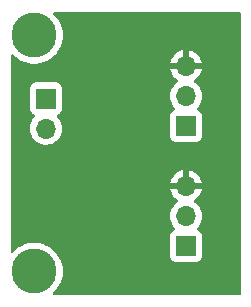
<source format=gbr>
%TF.GenerationSoftware,KiCad,Pcbnew,(6.0.8-1)-1*%
%TF.CreationDate,2023-07-28T17:56:29-05:00*%
%TF.ProjectId,FSR Adaptor,46535220-4164-4617-9074-6f722e6b6963,rev?*%
%TF.SameCoordinates,Original*%
%TF.FileFunction,Copper,L2,Bot*%
%TF.FilePolarity,Positive*%
%FSLAX46Y46*%
G04 Gerber Fmt 4.6, Leading zero omitted, Abs format (unit mm)*
G04 Created by KiCad (PCBNEW (6.0.8-1)-1) date 2023-07-28 17:56:29*
%MOMM*%
%LPD*%
G01*
G04 APERTURE LIST*
%TA.AperFunction,ComponentPad*%
%ADD10R,1.700000X1.700000*%
%TD*%
%TA.AperFunction,ComponentPad*%
%ADD11O,1.700000X1.700000*%
%TD*%
%TA.AperFunction,ComponentPad*%
%ADD12C,3.800000*%
%TD*%
%TA.AperFunction,ViaPad*%
%ADD13C,0.800000*%
%TD*%
G04 APERTURE END LIST*
D10*
%TO.P,J2,1,Pin_1*%
%TO.N,/TRIG*%
X65354200Y-70353228D03*
D11*
%TO.P,J2,2,Pin_2*%
%TO.N,VDD*%
X65354200Y-67813228D03*
%TO.P,J2,3,Pin_3*%
%TO.N,GND*%
X65354200Y-65273228D03*
%TD*%
D12*
%TO.P,H2,1,1*%
%TO.N,unconnected-(H2-Pad1)*%
X52500000Y-52500000D03*
%TD*%
%TO.P,H1,1,1*%
%TO.N,unconnected-(H1-Pad1)*%
X52500000Y-72500000D03*
%TD*%
D10*
%TO.P,J1,1,Pin_1*%
%TO.N,VDD*%
X53492400Y-57861200D03*
D11*
%TO.P,J1,2,Pin_2*%
%TO.N,/VIN*%
X53492400Y-60401200D03*
%TD*%
D10*
%TO.P,J3,1,Pin_1*%
%TO.N,/VOUT*%
X65354200Y-60193228D03*
D11*
%TO.P,J3,2,Pin_2*%
%TO.N,VDD*%
X65354200Y-57653228D03*
%TO.P,J3,3,Pin_3*%
%TO.N,GND*%
X65354200Y-55113228D03*
%TD*%
D13*
%TO.N,GND*%
X60909200Y-67157600D03*
X68580000Y-52298600D03*
X55854600Y-60452000D03*
X55600600Y-72517000D03*
X58293000Y-63652400D03*
X54152800Y-63652400D03*
%TD*%
%TA.AperFunction,Conductor*%
%TO.N,GND*%
G36*
X69933621Y-50528502D02*
G01*
X69980114Y-50582158D01*
X69991500Y-50634500D01*
X69991500Y-74365500D01*
X69971498Y-74433621D01*
X69917842Y-74480114D01*
X69865500Y-74491500D01*
X54215892Y-74491500D01*
X54147771Y-74471498D01*
X54101278Y-74417842D01*
X54091174Y-74347568D01*
X54120668Y-74282988D01*
X54129639Y-74273650D01*
X54256305Y-74154703D01*
X54259192Y-74151992D01*
X54452370Y-73918480D01*
X54614758Y-73662598D01*
X54743794Y-73388381D01*
X54837445Y-73100154D01*
X54894233Y-72802462D01*
X54913262Y-72500000D01*
X54894233Y-72197538D01*
X54837445Y-71899846D01*
X54758538Y-71656995D01*
X54745020Y-71615392D01*
X54745020Y-71615391D01*
X54743794Y-71611619D01*
X54614758Y-71337402D01*
X54452370Y-71081520D01*
X54259192Y-70848008D01*
X54038271Y-70640550D01*
X53793090Y-70462416D01*
X53527517Y-70316415D01*
X53523848Y-70314962D01*
X53523843Y-70314960D01*
X53249409Y-70206304D01*
X53249408Y-70206304D01*
X53245739Y-70204851D01*
X52952200Y-70129484D01*
X52651530Y-70091500D01*
X52348470Y-70091500D01*
X52047800Y-70129484D01*
X51754261Y-70204851D01*
X51750592Y-70206304D01*
X51750591Y-70206304D01*
X51476157Y-70314960D01*
X51476152Y-70314962D01*
X51472483Y-70316415D01*
X51206910Y-70462416D01*
X50961729Y-70640550D01*
X50740808Y-70848008D01*
X50738284Y-70851060D01*
X50731586Y-70859156D01*
X50672753Y-70898895D01*
X50601775Y-70900518D01*
X50541187Y-70863510D01*
X50510225Y-70799620D01*
X50508500Y-70778842D01*
X50508500Y-67779923D01*
X63991451Y-67779923D01*
X63991748Y-67785076D01*
X63991748Y-67785079D01*
X63997211Y-67879818D01*
X64004310Y-68002943D01*
X64005447Y-68007989D01*
X64005448Y-68007995D01*
X64025319Y-68096167D01*
X64053422Y-68220867D01*
X64137466Y-68427844D01*
X64254187Y-68618316D01*
X64400450Y-68787166D01*
X64404430Y-68790470D01*
X64409181Y-68794415D01*
X64448816Y-68853318D01*
X64450313Y-68924299D01*
X64413197Y-68984821D01*
X64372924Y-69009340D01*
X64257495Y-69052613D01*
X64140939Y-69139967D01*
X64053585Y-69256523D01*
X64002455Y-69392912D01*
X63995700Y-69455094D01*
X63995700Y-71251362D01*
X64002455Y-71313544D01*
X64053585Y-71449933D01*
X64140939Y-71566489D01*
X64257495Y-71653843D01*
X64393884Y-71704973D01*
X64456066Y-71711728D01*
X66252334Y-71711728D01*
X66314516Y-71704973D01*
X66450905Y-71653843D01*
X66567461Y-71566489D01*
X66654815Y-71449933D01*
X66705945Y-71313544D01*
X66712700Y-71251362D01*
X66712700Y-69455094D01*
X66705945Y-69392912D01*
X66654815Y-69256523D01*
X66567461Y-69139967D01*
X66450905Y-69052613D01*
X66438332Y-69047900D01*
X66332403Y-69008188D01*
X66275639Y-68965546D01*
X66250939Y-68898984D01*
X66266147Y-68829636D01*
X66287693Y-68800955D01*
X66388635Y-68700365D01*
X66392296Y-68696717D01*
X66451794Y-68613917D01*
X66519635Y-68519505D01*
X66522653Y-68515305D01*
X66621630Y-68315039D01*
X66686570Y-68101297D01*
X66715729Y-67879818D01*
X66717356Y-67813228D01*
X66699052Y-67590589D01*
X66644631Y-67373930D01*
X66555554Y-67169068D01*
X66434214Y-66981505D01*
X66283870Y-66816279D01*
X66279819Y-66813080D01*
X66279815Y-66813076D01*
X66112614Y-66681028D01*
X66112610Y-66681026D01*
X66108559Y-66677826D01*
X66066769Y-66654757D01*
X66016798Y-66604325D01*
X66002026Y-66534882D01*
X66027142Y-66468476D01*
X66054494Y-66441869D01*
X66229528Y-66317020D01*
X66237400Y-66310367D01*
X66388252Y-66160040D01*
X66394930Y-66152193D01*
X66519203Y-65979248D01*
X66524513Y-65970411D01*
X66618870Y-65779495D01*
X66622669Y-65769900D01*
X66684577Y-65566138D01*
X66686755Y-65556065D01*
X66688186Y-65545190D01*
X66685975Y-65531006D01*
X66672817Y-65527228D01*
X64037425Y-65527228D01*
X64023894Y-65531201D01*
X64022457Y-65541194D01*
X64052765Y-65675674D01*
X64055845Y-65685503D01*
X64135970Y-65882831D01*
X64140613Y-65892022D01*
X64251894Y-66073616D01*
X64257977Y-66081927D01*
X64397413Y-66242895D01*
X64404780Y-66250111D01*
X64568634Y-66386144D01*
X64577081Y-66392059D01*
X64646169Y-66432431D01*
X64694893Y-66484070D01*
X64707964Y-66553853D01*
X64681233Y-66619624D01*
X64640784Y-66652980D01*
X64627807Y-66659735D01*
X64623674Y-66662838D01*
X64623671Y-66662840D01*
X64599447Y-66681028D01*
X64449165Y-66793863D01*
X64294829Y-66955366D01*
X64168943Y-67139908D01*
X64074888Y-67342533D01*
X64015189Y-67557798D01*
X63991451Y-67779923D01*
X50508500Y-67779923D01*
X50508500Y-65007411D01*
X64018589Y-65007411D01*
X64020112Y-65015835D01*
X64032492Y-65019228D01*
X65082085Y-65019228D01*
X65097324Y-65014753D01*
X65098529Y-65013363D01*
X65100200Y-65005680D01*
X65100200Y-65001113D01*
X65608200Y-65001113D01*
X65612675Y-65016352D01*
X65614065Y-65017557D01*
X65621748Y-65019228D01*
X66672544Y-65019228D01*
X66686075Y-65015255D01*
X66687380Y-65006175D01*
X66645414Y-64839103D01*
X66642094Y-64829352D01*
X66557172Y-64634042D01*
X66552305Y-64624967D01*
X66436626Y-64446154D01*
X66430336Y-64437985D01*
X66287006Y-64280468D01*
X66279473Y-64273443D01*
X66112339Y-64141450D01*
X66103752Y-64135745D01*
X65917317Y-64032827D01*
X65907905Y-64028597D01*
X65707159Y-63957508D01*
X65697188Y-63954874D01*
X65626037Y-63942200D01*
X65612740Y-63943660D01*
X65608200Y-63958217D01*
X65608200Y-65001113D01*
X65100200Y-65001113D01*
X65100200Y-63956330D01*
X65096282Y-63942986D01*
X65082006Y-63940999D01*
X65043524Y-63946888D01*
X65033488Y-63949279D01*
X64831068Y-64015440D01*
X64821559Y-64019437D01*
X64632663Y-64117770D01*
X64623938Y-64123264D01*
X64453633Y-64251133D01*
X64445926Y-64257976D01*
X64298790Y-64411945D01*
X64292304Y-64419955D01*
X64172298Y-64595877D01*
X64167200Y-64604851D01*
X64077538Y-64798011D01*
X64073975Y-64807698D01*
X64018589Y-65007411D01*
X50508500Y-65007411D01*
X50508500Y-60367895D01*
X52129651Y-60367895D01*
X52129948Y-60373048D01*
X52129948Y-60373051D01*
X52135411Y-60467790D01*
X52142510Y-60590915D01*
X52143647Y-60595961D01*
X52143648Y-60595967D01*
X52163519Y-60684139D01*
X52191622Y-60808839D01*
X52275666Y-61015816D01*
X52324042Y-61094759D01*
X52364600Y-61160943D01*
X52392387Y-61206288D01*
X52538650Y-61375138D01*
X52710526Y-61517832D01*
X52903400Y-61630538D01*
X53112092Y-61710230D01*
X53117160Y-61711261D01*
X53117163Y-61711262D01*
X53224417Y-61733083D01*
X53330997Y-61754767D01*
X53336172Y-61754957D01*
X53336174Y-61754957D01*
X53549073Y-61762764D01*
X53549077Y-61762764D01*
X53554237Y-61762953D01*
X53559357Y-61762297D01*
X53559359Y-61762297D01*
X53770688Y-61735225D01*
X53770689Y-61735225D01*
X53775816Y-61734568D01*
X53780766Y-61733083D01*
X53984829Y-61671861D01*
X53984834Y-61671859D01*
X53989784Y-61670374D01*
X54190394Y-61572096D01*
X54372260Y-61442373D01*
X54530496Y-61284689D01*
X54589994Y-61201889D01*
X54657835Y-61107477D01*
X54660853Y-61103277D01*
X54668431Y-61087945D01*
X54757536Y-60907653D01*
X54757537Y-60907651D01*
X54759830Y-60903011D01*
X54824770Y-60689269D01*
X54853929Y-60467790D01*
X54855556Y-60401200D01*
X54837252Y-60178561D01*
X54782831Y-59961902D01*
X54693754Y-59757040D01*
X54572414Y-59569477D01*
X54568932Y-59565650D01*
X54425198Y-59407688D01*
X54394146Y-59343842D01*
X54402541Y-59273343D01*
X54447717Y-59218575D01*
X54474161Y-59204906D01*
X54580697Y-59164967D01*
X54589105Y-59161815D01*
X54705661Y-59074461D01*
X54793015Y-58957905D01*
X54844145Y-58821516D01*
X54850900Y-58759334D01*
X54850900Y-57619923D01*
X63991451Y-57619923D01*
X63991748Y-57625076D01*
X63991748Y-57625079D01*
X63997211Y-57719818D01*
X64004310Y-57842943D01*
X64005447Y-57847989D01*
X64005448Y-57847995D01*
X64025319Y-57936167D01*
X64053422Y-58060867D01*
X64137466Y-58267844D01*
X64254187Y-58458316D01*
X64400450Y-58627166D01*
X64404430Y-58630470D01*
X64409181Y-58634415D01*
X64448816Y-58693318D01*
X64450313Y-58764299D01*
X64413197Y-58824821D01*
X64372924Y-58849340D01*
X64257495Y-58892613D01*
X64140939Y-58979967D01*
X64053585Y-59096523D01*
X64002455Y-59232912D01*
X63995700Y-59295094D01*
X63995700Y-61091362D01*
X64002455Y-61153544D01*
X64053585Y-61289933D01*
X64140939Y-61406489D01*
X64257495Y-61493843D01*
X64393884Y-61544973D01*
X64456066Y-61551728D01*
X66252334Y-61551728D01*
X66314516Y-61544973D01*
X66450905Y-61493843D01*
X66567461Y-61406489D01*
X66654815Y-61289933D01*
X66705945Y-61153544D01*
X66712700Y-61091362D01*
X66712700Y-59295094D01*
X66705945Y-59232912D01*
X66654815Y-59096523D01*
X66567461Y-58979967D01*
X66450905Y-58892613D01*
X66438332Y-58887900D01*
X66332403Y-58848188D01*
X66275639Y-58805546D01*
X66250939Y-58738984D01*
X66266147Y-58669636D01*
X66287693Y-58640955D01*
X66388635Y-58540365D01*
X66392296Y-58536717D01*
X66451794Y-58453917D01*
X66519635Y-58359505D01*
X66522653Y-58355305D01*
X66621630Y-58155039D01*
X66686570Y-57941297D01*
X66715729Y-57719818D01*
X66717356Y-57653228D01*
X66699052Y-57430589D01*
X66644631Y-57213930D01*
X66555554Y-57009068D01*
X66434214Y-56821505D01*
X66283870Y-56656279D01*
X66279819Y-56653080D01*
X66279815Y-56653076D01*
X66112614Y-56521028D01*
X66112610Y-56521026D01*
X66108559Y-56517826D01*
X66066769Y-56494757D01*
X66016798Y-56444325D01*
X66002026Y-56374882D01*
X66027142Y-56308476D01*
X66054494Y-56281869D01*
X66229528Y-56157020D01*
X66237400Y-56150367D01*
X66388252Y-56000040D01*
X66394930Y-55992193D01*
X66519203Y-55819248D01*
X66524513Y-55810411D01*
X66618870Y-55619495D01*
X66622669Y-55609900D01*
X66684577Y-55406138D01*
X66686755Y-55396065D01*
X66688186Y-55385190D01*
X66685975Y-55371006D01*
X66672817Y-55367228D01*
X64037425Y-55367228D01*
X64023894Y-55371201D01*
X64022457Y-55381194D01*
X64052765Y-55515674D01*
X64055845Y-55525503D01*
X64135970Y-55722831D01*
X64140613Y-55732022D01*
X64251894Y-55913616D01*
X64257977Y-55921927D01*
X64397413Y-56082895D01*
X64404780Y-56090111D01*
X64568634Y-56226144D01*
X64577081Y-56232059D01*
X64646169Y-56272431D01*
X64694893Y-56324070D01*
X64707964Y-56393853D01*
X64681233Y-56459624D01*
X64640784Y-56492980D01*
X64627807Y-56499735D01*
X64623674Y-56502838D01*
X64623671Y-56502840D01*
X64453300Y-56630758D01*
X64449165Y-56633863D01*
X64294829Y-56795366D01*
X64291915Y-56799638D01*
X64291914Y-56799639D01*
X64206756Y-56924477D01*
X64168943Y-56979908D01*
X64074888Y-57182533D01*
X64015189Y-57397798D01*
X63991451Y-57619923D01*
X54850900Y-57619923D01*
X54850900Y-56963066D01*
X54844145Y-56900884D01*
X54793015Y-56764495D01*
X54705661Y-56647939D01*
X54589105Y-56560585D01*
X54452716Y-56509455D01*
X54390534Y-56502700D01*
X52594266Y-56502700D01*
X52532084Y-56509455D01*
X52395695Y-56560585D01*
X52279139Y-56647939D01*
X52191785Y-56764495D01*
X52140655Y-56900884D01*
X52133900Y-56963066D01*
X52133900Y-58759334D01*
X52140655Y-58821516D01*
X52191785Y-58957905D01*
X52279139Y-59074461D01*
X52395695Y-59161815D01*
X52404104Y-59164967D01*
X52404105Y-59164968D01*
X52512851Y-59205735D01*
X52569616Y-59248376D01*
X52594316Y-59314938D01*
X52579109Y-59384287D01*
X52559716Y-59410768D01*
X52433029Y-59543338D01*
X52307143Y-59727880D01*
X52213088Y-59930505D01*
X52153389Y-60145770D01*
X52129651Y-60367895D01*
X50508500Y-60367895D01*
X50508500Y-54221158D01*
X50528502Y-54153037D01*
X50582158Y-54106544D01*
X50652432Y-54096440D01*
X50717012Y-54125934D01*
X50731583Y-54140841D01*
X50740808Y-54151992D01*
X50961729Y-54359450D01*
X51206910Y-54537584D01*
X51210379Y-54539491D01*
X51210382Y-54539493D01*
X51407205Y-54647698D01*
X51472483Y-54683585D01*
X51476152Y-54685038D01*
X51476157Y-54685040D01*
X51750591Y-54793696D01*
X51754261Y-54795149D01*
X52047800Y-54870516D01*
X52348470Y-54908500D01*
X52651530Y-54908500D01*
X52952200Y-54870516D01*
X53042189Y-54847411D01*
X64018589Y-54847411D01*
X64020112Y-54855835D01*
X64032492Y-54859228D01*
X65082085Y-54859228D01*
X65097324Y-54854753D01*
X65098529Y-54853363D01*
X65100200Y-54845680D01*
X65100200Y-54841113D01*
X65608200Y-54841113D01*
X65612675Y-54856352D01*
X65614065Y-54857557D01*
X65621748Y-54859228D01*
X66672544Y-54859228D01*
X66686075Y-54855255D01*
X66687380Y-54846175D01*
X66645414Y-54679103D01*
X66642094Y-54669352D01*
X66557172Y-54474042D01*
X66552305Y-54464967D01*
X66436626Y-54286154D01*
X66430336Y-54277985D01*
X66287006Y-54120468D01*
X66279473Y-54113443D01*
X66112339Y-53981450D01*
X66103752Y-53975745D01*
X65917317Y-53872827D01*
X65907905Y-53868597D01*
X65707159Y-53797508D01*
X65697188Y-53794874D01*
X65626037Y-53782200D01*
X65612740Y-53783660D01*
X65608200Y-53798217D01*
X65608200Y-54841113D01*
X65100200Y-54841113D01*
X65100200Y-53796330D01*
X65096282Y-53782986D01*
X65082006Y-53780999D01*
X65043524Y-53786888D01*
X65033488Y-53789279D01*
X64831068Y-53855440D01*
X64821559Y-53859437D01*
X64632663Y-53957770D01*
X64623938Y-53963264D01*
X64453633Y-54091133D01*
X64445926Y-54097976D01*
X64298790Y-54251945D01*
X64292304Y-54259955D01*
X64172298Y-54435877D01*
X64167200Y-54444851D01*
X64077538Y-54638011D01*
X64073975Y-54647698D01*
X64018589Y-54847411D01*
X53042189Y-54847411D01*
X53245739Y-54795149D01*
X53249409Y-54793696D01*
X53523843Y-54685040D01*
X53523848Y-54685038D01*
X53527517Y-54683585D01*
X53592795Y-54647698D01*
X53789618Y-54539493D01*
X53789621Y-54539491D01*
X53793090Y-54537584D01*
X54038271Y-54359450D01*
X54259192Y-54151992D01*
X54404996Y-53975745D01*
X54449848Y-53921529D01*
X54449851Y-53921525D01*
X54452370Y-53918480D01*
X54614758Y-53662598D01*
X54743794Y-53388381D01*
X54837445Y-53100154D01*
X54894233Y-52802462D01*
X54913262Y-52500000D01*
X54894233Y-52197538D01*
X54837445Y-51899846D01*
X54743794Y-51611619D01*
X54614758Y-51337402D01*
X54452370Y-51081520D01*
X54259192Y-50848008D01*
X54129639Y-50726350D01*
X54093674Y-50665138D01*
X54096511Y-50594198D01*
X54137252Y-50536053D01*
X54202960Y-50509165D01*
X54215892Y-50508500D01*
X69865500Y-50508500D01*
X69933621Y-50528502D01*
G37*
%TD.AperFunction*%
%TD*%
M02*

</source>
